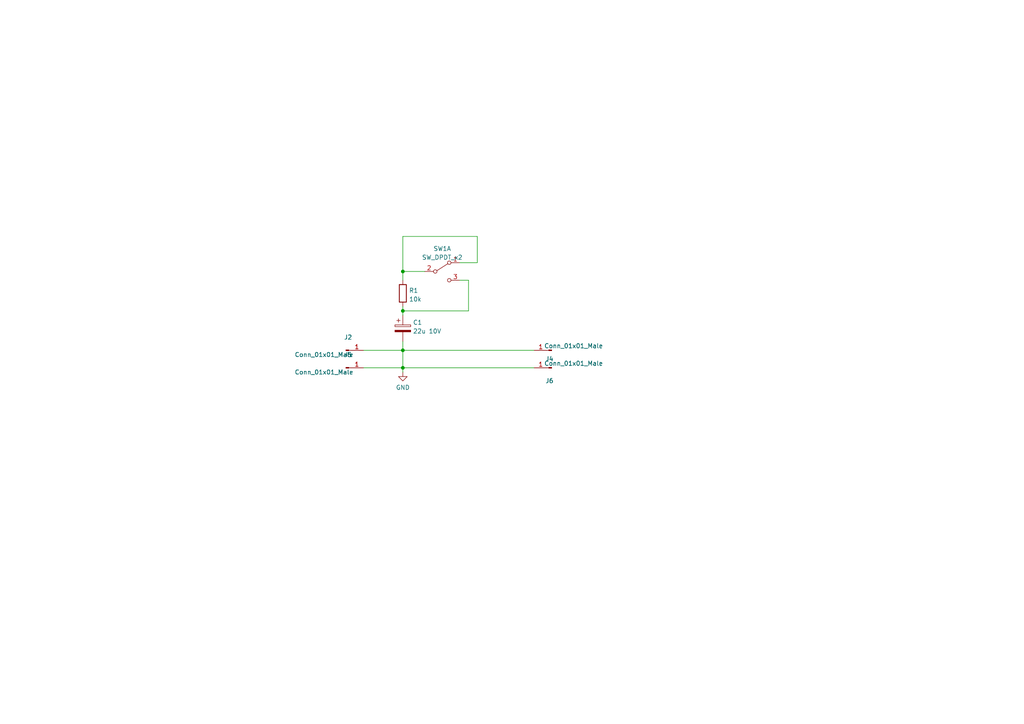
<source format=kicad_sch>
(kicad_sch (version 20211123) (generator eeschema)
  (paper "A4")
  (lib_symbols
    (symbol "Connector:Conn_01x01_Male" (pin_names (offset 1.016) hide)
      (property "Reference" "J" (at 0 2.54 0))
      (property "Value" "Conn_01x01_Male" (at 0 -2.54 0))
      (symbol "Conn_01x01_Male_1_1"
        (polyline (pts (xy 1.27 0) (xy 0.8636 0)) (stroke (width 0.1524)))
        (rectangle (start 0.8636 0.127) (end 0 -0.127) (stroke (width 0.1524)) (fill (type outline)))
        (pin passive line (at 5.08 0 180) (length 3.81) (name "Pin_1") (number "1"))
      )
    )
    (symbol "Device:C_Polarized" (pin_numbers hide) (pin_names (offset 0.254))
      (property "Reference" "C" (at 0.635 2.54 0))
      (property "Value" "C_Polarized" (at 0.635 -2.54 0))
      (symbol "C_Polarized_0_1"
        (rectangle (start -2.286 0.508) (end 2.286 1.016))
        (polyline (pts (xy -1.778 2.286) (xy -0.762 2.286)))
        (polyline (pts (xy -1.27 2.794) (xy -1.27 1.778)))
        (rectangle (start 2.286 -0.508) (end -2.286 -1.016) (fill (type outline)))
      )
      (symbol "C_Polarized_1_1"
        (pin passive line (at 0 3.81 270) (length 2.794) (name "~") (number "1"))
        (pin passive line (at 0 -3.81 90) (length 2.794) (name "~") (number "2"))
      )
    )
    (symbol "Device:R" (pin_numbers hide) (pin_names (offset 0))
      (property "Reference" "R" (at 2.032 0 90))
      (property "Value" "R" (at 0 0 90))
      (symbol "R_0_1"
        (rectangle (start -1.016 -2.54) (end 1.016 2.54) (stroke (width 0.254)))
      )
      (symbol "R_1_1"
        (pin passive line (at 0 3.81 270) (length 1.27) (name "~") (number "1"))
        (pin passive line (at 0 -3.81 90) (length 1.27) (name "~") (number "2"))
      )
    )
    (symbol "Switch:SW_DPDT_x2" (pin_names (offset 0) hide)
      (property "Reference" "SW" (at 0 4.318 0))
      (property "Value" "SW_DPDT_x2" (at 0 -5.08 0))
      (symbol "SW_DPDT_x2_0_0"
        (circle (center -2.032 0) (radius 0.508))
        (circle (center 2.032 -2.54) (radius 0.508))
      )
      (symbol "SW_DPDT_x2_0_1"
        (polyline (pts (xy -1.524 0.254) (xy 1.651 2.286)))
        (circle (center 2.032 2.54) (radius 0.508))
      )
      (symbol "SW_DPDT_x2_1_1"
        (pin passive line (at 5.08 2.54 180) (length 2.54) (name "A") (number "1"))
        (pin passive line (at -5.08 0 0) (length 2.54) (name "B") (number "2"))
        (pin passive line (at 5.08 -2.54 180) (length 2.54) (name "C") (number "3"))
      )
      (symbol "SW_DPDT_x2_2_1"
        (pin passive line (at 5.08 2.54 180) (length 2.54) (name "A") (number "4"))
        (pin passive line (at -5.08 0 0) (length 2.54) (name "B") (number "5"))
        (pin passive line (at 5.08 -2.54 180) (length 2.54) (name "C") (number "6"))
      )
    )
    (symbol "power:GND" (power) (pin_names (offset 0))
      (property "Value" "GND" (at 0 -3.81 0))
      (symbol "GND_0_1"
        (polyline (pts (xy 0 0) (xy 0 -1.27) (xy 1.27 -1.27) (xy 0 -2.54) (xy -1.27 -1.27) (xy 0 -1.27)))
      )
      (symbol "GND_1_1"
        (pin power_in line (at 0 0 270) (length 0) hide (name "GND") (number "1"))
      )
    )
  )
  (junction (at 116.84 101.6))
  (junction (at 116.84 90.17))
  (junction (at 116.84 106.68))
  (junction (at 116.84 78.74))
  (wire (pts (xy 116.84 88.9) (xy 116.84 90.17)))
  (wire (pts (xy 116.84 106.68) (xy 154.94 106.68)))
  (wire (pts (xy 116.84 90.17) (xy 116.84 91.44)))
  (wire (pts (xy 116.84 90.17) (xy 135.89 90.17)))
  (wire (pts (xy 116.84 101.6) (xy 154.94 101.6)))
  (wire (pts (xy 135.89 90.17) (xy 135.89 81.28)))
  (wire (pts (xy 133.35 76.2) (xy 138.43 76.2)))
  (wire (pts (xy 138.43 76.2) (xy 138.43 68.58)))
  (wire (pts (xy 123.19 78.74) (xy 116.84 78.74)))
  (wire (pts (xy 138.43 68.58) (xy 116.84 68.58)))
  (wire (pts (xy 116.84 101.6) (xy 116.84 106.68)))
  (wire (pts (xy 116.84 68.58) (xy 116.84 78.74)))
  (wire (pts (xy 105.41 101.6) (xy 116.84 101.6)))
  (wire (pts (xy 116.84 106.68) (xy 116.84 107.95)))
  (wire (pts (xy 105.41 106.68) (xy 116.84 106.68)))
  (wire (pts (xy 135.89 81.28) (xy 133.35 81.28)))
  (wire (pts (xy 116.84 101.6) (xy 116.84 99.06)))
  (wire (pts (xy 116.84 78.74) (xy 116.84 81.28)))
  (symbol (lib_id "Device:R") (at 116.84 85.09 0) (unit 1)
    (property "Reference" "R1" (at 118.618 84.2553 0) (effects (justify left)))
    (property "Value" "10k" (at 118.618 86.7922 0) (effects (justify left)))
    (property "Footprint" "Resistor_SMD:R_MiniMELF_MMA-0204" (effects hide))
  )
  (symbol (lib_id "Connector:Conn_01x01_Male") (at 160.02 106.68 180) (unit 1)
    (property "Reference" "J6" (at 159.385 110.456 0))
    (property "Value" "Conn_01x01_Male" (at 166.37 105.41 0))
    (property "Footprint" "MountingHole:MountingHole_2.7mm_Pad_Via" (effects hide))
  )
  (symbol (lib_id "Connector:Conn_01x01_Male") (at 100.33 101.6 0) (unit 1)
    (property "Reference" "J2" (at 100.965 97.824 0))
    (property "Value" "Conn_01x01_Male" (at 93.98 102.87 0))
    (property "Footprint" "MountingHole:MountingHole_2.7mm_Pad_Via" (effects hide))
  )
  (symbol (lib_id "Device:C_Polarized") (at 116.84 95.25 0) (unit 1)
    (property "Reference" "C1" (at 119.761 93.5263 0) (effects (justify left)))
    (property "Value" "22u 10V" (at 119.761 96.0632 0) (effects (justify left)))
    (property "Footprint" "Capacitor_Tantalum_SMD:CP_EIA-6032-15_Kemet-U" (effects hide))
  )
  (symbol (lib_id "power:GND") (at 116.84 107.95 0) (unit 1)
    (property "Reference" "#PWR0101" (effects hide))
    (property "Value" "GND" (at 116.84 112.3934 0))
  )
  (symbol (lib_id "Switch:SW_DPDT_x2") (at 128.27 78.74 0) (unit 1)
    (property "Reference" "SW1" (at 128.27 72.1192 0))
    (property "Value" "SW_DPDT_x2" (at 128.27 74.6561 0))
    (property "Footprint" "lavalier_switch:MFP 1220" (effects hide))
  )
  (symbol (lib_id "Connector:Conn_01x01_Male") (at 160.02 101.6 180) (unit 1)
    (property "Reference" "J4" (at 159.385 104.106 0))
    (property "Value" "Conn_01x01_Male" (at 166.37 100.33 0))
    (property "Footprint" "MountingHole:MountingHole_2.7mm_Pad_Via" (effects hide))
  )
  (symbol (lib_id "Connector:Conn_01x01_Male") (at 100.33 106.68 0) (unit 1)
    (property "Reference" "J5" (at 100.965 102.904 0))
    (property "Value" "Conn_01x01_Male" (at 93.98 107.95 0))
    (property "Footprint" "MountingHole:MountingHole_2.7mm_Pad_Via" (effects hide))
  )
)
</source>
